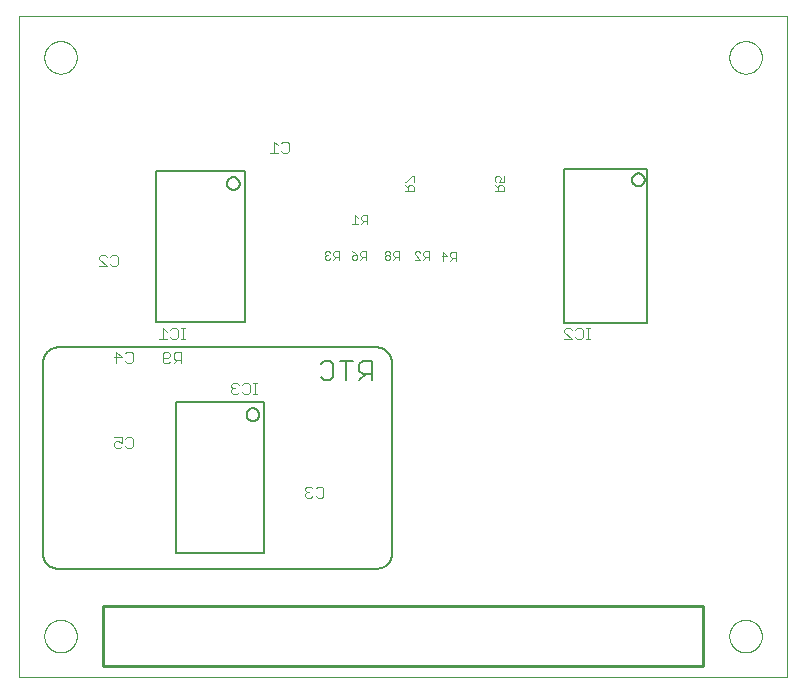
<source format=gbo>
G75*
%MOIN*%
%OFA0B0*%
%FSLAX25Y25*%
%IPPOS*%
%LPD*%
%AMOC8*
5,1,8,0,0,1.08239X$1,22.5*
%
%ADD10C,0.00000*%
%ADD11C,0.00800*%
%ADD12C,0.00600*%
%ADD13C,0.00300*%
%ADD14C,0.00400*%
%ADD15C,0.01000*%
D10*
X0001000Y0001000D02*
X0256906Y0001000D01*
X0256906Y0221472D01*
X0001000Y0221472D01*
X0001000Y0001000D01*
X0009367Y0014780D02*
X0009369Y0014927D01*
X0009375Y0015073D01*
X0009385Y0015219D01*
X0009399Y0015365D01*
X0009417Y0015511D01*
X0009438Y0015656D01*
X0009464Y0015800D01*
X0009494Y0015944D01*
X0009527Y0016086D01*
X0009564Y0016228D01*
X0009605Y0016369D01*
X0009650Y0016508D01*
X0009699Y0016647D01*
X0009751Y0016784D01*
X0009808Y0016919D01*
X0009867Y0017053D01*
X0009931Y0017185D01*
X0009998Y0017315D01*
X0010068Y0017444D01*
X0010142Y0017571D01*
X0010219Y0017695D01*
X0010300Y0017818D01*
X0010384Y0017938D01*
X0010471Y0018056D01*
X0010561Y0018171D01*
X0010654Y0018284D01*
X0010751Y0018395D01*
X0010850Y0018503D01*
X0010952Y0018608D01*
X0011057Y0018710D01*
X0011165Y0018809D01*
X0011276Y0018906D01*
X0011389Y0018999D01*
X0011504Y0019089D01*
X0011622Y0019176D01*
X0011742Y0019260D01*
X0011865Y0019341D01*
X0011989Y0019418D01*
X0012116Y0019492D01*
X0012245Y0019562D01*
X0012375Y0019629D01*
X0012507Y0019693D01*
X0012641Y0019752D01*
X0012776Y0019809D01*
X0012913Y0019861D01*
X0013052Y0019910D01*
X0013191Y0019955D01*
X0013332Y0019996D01*
X0013474Y0020033D01*
X0013616Y0020066D01*
X0013760Y0020096D01*
X0013904Y0020122D01*
X0014049Y0020143D01*
X0014195Y0020161D01*
X0014341Y0020175D01*
X0014487Y0020185D01*
X0014633Y0020191D01*
X0014780Y0020193D01*
X0014927Y0020191D01*
X0015073Y0020185D01*
X0015219Y0020175D01*
X0015365Y0020161D01*
X0015511Y0020143D01*
X0015656Y0020122D01*
X0015800Y0020096D01*
X0015944Y0020066D01*
X0016086Y0020033D01*
X0016228Y0019996D01*
X0016369Y0019955D01*
X0016508Y0019910D01*
X0016647Y0019861D01*
X0016784Y0019809D01*
X0016919Y0019752D01*
X0017053Y0019693D01*
X0017185Y0019629D01*
X0017315Y0019562D01*
X0017444Y0019492D01*
X0017571Y0019418D01*
X0017695Y0019341D01*
X0017818Y0019260D01*
X0017938Y0019176D01*
X0018056Y0019089D01*
X0018171Y0018999D01*
X0018284Y0018906D01*
X0018395Y0018809D01*
X0018503Y0018710D01*
X0018608Y0018608D01*
X0018710Y0018503D01*
X0018809Y0018395D01*
X0018906Y0018284D01*
X0018999Y0018171D01*
X0019089Y0018056D01*
X0019176Y0017938D01*
X0019260Y0017818D01*
X0019341Y0017695D01*
X0019418Y0017571D01*
X0019492Y0017444D01*
X0019562Y0017315D01*
X0019629Y0017185D01*
X0019693Y0017053D01*
X0019752Y0016919D01*
X0019809Y0016784D01*
X0019861Y0016647D01*
X0019910Y0016508D01*
X0019955Y0016369D01*
X0019996Y0016228D01*
X0020033Y0016086D01*
X0020066Y0015944D01*
X0020096Y0015800D01*
X0020122Y0015656D01*
X0020143Y0015511D01*
X0020161Y0015365D01*
X0020175Y0015219D01*
X0020185Y0015073D01*
X0020191Y0014927D01*
X0020193Y0014780D01*
X0020191Y0014633D01*
X0020185Y0014487D01*
X0020175Y0014341D01*
X0020161Y0014195D01*
X0020143Y0014049D01*
X0020122Y0013904D01*
X0020096Y0013760D01*
X0020066Y0013616D01*
X0020033Y0013474D01*
X0019996Y0013332D01*
X0019955Y0013191D01*
X0019910Y0013052D01*
X0019861Y0012913D01*
X0019809Y0012776D01*
X0019752Y0012641D01*
X0019693Y0012507D01*
X0019629Y0012375D01*
X0019562Y0012245D01*
X0019492Y0012116D01*
X0019418Y0011989D01*
X0019341Y0011865D01*
X0019260Y0011742D01*
X0019176Y0011622D01*
X0019089Y0011504D01*
X0018999Y0011389D01*
X0018906Y0011276D01*
X0018809Y0011165D01*
X0018710Y0011057D01*
X0018608Y0010952D01*
X0018503Y0010850D01*
X0018395Y0010751D01*
X0018284Y0010654D01*
X0018171Y0010561D01*
X0018056Y0010471D01*
X0017938Y0010384D01*
X0017818Y0010300D01*
X0017695Y0010219D01*
X0017571Y0010142D01*
X0017444Y0010068D01*
X0017315Y0009998D01*
X0017185Y0009931D01*
X0017053Y0009867D01*
X0016919Y0009808D01*
X0016784Y0009751D01*
X0016647Y0009699D01*
X0016508Y0009650D01*
X0016369Y0009605D01*
X0016228Y0009564D01*
X0016086Y0009527D01*
X0015944Y0009494D01*
X0015800Y0009464D01*
X0015656Y0009438D01*
X0015511Y0009417D01*
X0015365Y0009399D01*
X0015219Y0009385D01*
X0015073Y0009375D01*
X0014927Y0009369D01*
X0014780Y0009367D01*
X0014633Y0009369D01*
X0014487Y0009375D01*
X0014341Y0009385D01*
X0014195Y0009399D01*
X0014049Y0009417D01*
X0013904Y0009438D01*
X0013760Y0009464D01*
X0013616Y0009494D01*
X0013474Y0009527D01*
X0013332Y0009564D01*
X0013191Y0009605D01*
X0013052Y0009650D01*
X0012913Y0009699D01*
X0012776Y0009751D01*
X0012641Y0009808D01*
X0012507Y0009867D01*
X0012375Y0009931D01*
X0012245Y0009998D01*
X0012116Y0010068D01*
X0011989Y0010142D01*
X0011865Y0010219D01*
X0011742Y0010300D01*
X0011622Y0010384D01*
X0011504Y0010471D01*
X0011389Y0010561D01*
X0011276Y0010654D01*
X0011165Y0010751D01*
X0011057Y0010850D01*
X0010952Y0010952D01*
X0010850Y0011057D01*
X0010751Y0011165D01*
X0010654Y0011276D01*
X0010561Y0011389D01*
X0010471Y0011504D01*
X0010384Y0011622D01*
X0010300Y0011742D01*
X0010219Y0011865D01*
X0010142Y0011989D01*
X0010068Y0012116D01*
X0009998Y0012245D01*
X0009931Y0012375D01*
X0009867Y0012507D01*
X0009808Y0012641D01*
X0009751Y0012776D01*
X0009699Y0012913D01*
X0009650Y0013052D01*
X0009605Y0013191D01*
X0009564Y0013332D01*
X0009527Y0013474D01*
X0009494Y0013616D01*
X0009464Y0013760D01*
X0009438Y0013904D01*
X0009417Y0014049D01*
X0009399Y0014195D01*
X0009385Y0014341D01*
X0009375Y0014487D01*
X0009369Y0014633D01*
X0009367Y0014780D01*
X0009367Y0207693D02*
X0009369Y0207840D01*
X0009375Y0207986D01*
X0009385Y0208132D01*
X0009399Y0208278D01*
X0009417Y0208424D01*
X0009438Y0208569D01*
X0009464Y0208713D01*
X0009494Y0208857D01*
X0009527Y0208999D01*
X0009564Y0209141D01*
X0009605Y0209282D01*
X0009650Y0209421D01*
X0009699Y0209560D01*
X0009751Y0209697D01*
X0009808Y0209832D01*
X0009867Y0209966D01*
X0009931Y0210098D01*
X0009998Y0210228D01*
X0010068Y0210357D01*
X0010142Y0210484D01*
X0010219Y0210608D01*
X0010300Y0210731D01*
X0010384Y0210851D01*
X0010471Y0210969D01*
X0010561Y0211084D01*
X0010654Y0211197D01*
X0010751Y0211308D01*
X0010850Y0211416D01*
X0010952Y0211521D01*
X0011057Y0211623D01*
X0011165Y0211722D01*
X0011276Y0211819D01*
X0011389Y0211912D01*
X0011504Y0212002D01*
X0011622Y0212089D01*
X0011742Y0212173D01*
X0011865Y0212254D01*
X0011989Y0212331D01*
X0012116Y0212405D01*
X0012245Y0212475D01*
X0012375Y0212542D01*
X0012507Y0212606D01*
X0012641Y0212665D01*
X0012776Y0212722D01*
X0012913Y0212774D01*
X0013052Y0212823D01*
X0013191Y0212868D01*
X0013332Y0212909D01*
X0013474Y0212946D01*
X0013616Y0212979D01*
X0013760Y0213009D01*
X0013904Y0213035D01*
X0014049Y0213056D01*
X0014195Y0213074D01*
X0014341Y0213088D01*
X0014487Y0213098D01*
X0014633Y0213104D01*
X0014780Y0213106D01*
X0014927Y0213104D01*
X0015073Y0213098D01*
X0015219Y0213088D01*
X0015365Y0213074D01*
X0015511Y0213056D01*
X0015656Y0213035D01*
X0015800Y0213009D01*
X0015944Y0212979D01*
X0016086Y0212946D01*
X0016228Y0212909D01*
X0016369Y0212868D01*
X0016508Y0212823D01*
X0016647Y0212774D01*
X0016784Y0212722D01*
X0016919Y0212665D01*
X0017053Y0212606D01*
X0017185Y0212542D01*
X0017315Y0212475D01*
X0017444Y0212405D01*
X0017571Y0212331D01*
X0017695Y0212254D01*
X0017818Y0212173D01*
X0017938Y0212089D01*
X0018056Y0212002D01*
X0018171Y0211912D01*
X0018284Y0211819D01*
X0018395Y0211722D01*
X0018503Y0211623D01*
X0018608Y0211521D01*
X0018710Y0211416D01*
X0018809Y0211308D01*
X0018906Y0211197D01*
X0018999Y0211084D01*
X0019089Y0210969D01*
X0019176Y0210851D01*
X0019260Y0210731D01*
X0019341Y0210608D01*
X0019418Y0210484D01*
X0019492Y0210357D01*
X0019562Y0210228D01*
X0019629Y0210098D01*
X0019693Y0209966D01*
X0019752Y0209832D01*
X0019809Y0209697D01*
X0019861Y0209560D01*
X0019910Y0209421D01*
X0019955Y0209282D01*
X0019996Y0209141D01*
X0020033Y0208999D01*
X0020066Y0208857D01*
X0020096Y0208713D01*
X0020122Y0208569D01*
X0020143Y0208424D01*
X0020161Y0208278D01*
X0020175Y0208132D01*
X0020185Y0207986D01*
X0020191Y0207840D01*
X0020193Y0207693D01*
X0020191Y0207546D01*
X0020185Y0207400D01*
X0020175Y0207254D01*
X0020161Y0207108D01*
X0020143Y0206962D01*
X0020122Y0206817D01*
X0020096Y0206673D01*
X0020066Y0206529D01*
X0020033Y0206387D01*
X0019996Y0206245D01*
X0019955Y0206104D01*
X0019910Y0205965D01*
X0019861Y0205826D01*
X0019809Y0205689D01*
X0019752Y0205554D01*
X0019693Y0205420D01*
X0019629Y0205288D01*
X0019562Y0205158D01*
X0019492Y0205029D01*
X0019418Y0204902D01*
X0019341Y0204778D01*
X0019260Y0204655D01*
X0019176Y0204535D01*
X0019089Y0204417D01*
X0018999Y0204302D01*
X0018906Y0204189D01*
X0018809Y0204078D01*
X0018710Y0203970D01*
X0018608Y0203865D01*
X0018503Y0203763D01*
X0018395Y0203664D01*
X0018284Y0203567D01*
X0018171Y0203474D01*
X0018056Y0203384D01*
X0017938Y0203297D01*
X0017818Y0203213D01*
X0017695Y0203132D01*
X0017571Y0203055D01*
X0017444Y0202981D01*
X0017315Y0202911D01*
X0017185Y0202844D01*
X0017053Y0202780D01*
X0016919Y0202721D01*
X0016784Y0202664D01*
X0016647Y0202612D01*
X0016508Y0202563D01*
X0016369Y0202518D01*
X0016228Y0202477D01*
X0016086Y0202440D01*
X0015944Y0202407D01*
X0015800Y0202377D01*
X0015656Y0202351D01*
X0015511Y0202330D01*
X0015365Y0202312D01*
X0015219Y0202298D01*
X0015073Y0202288D01*
X0014927Y0202282D01*
X0014780Y0202280D01*
X0014633Y0202282D01*
X0014487Y0202288D01*
X0014341Y0202298D01*
X0014195Y0202312D01*
X0014049Y0202330D01*
X0013904Y0202351D01*
X0013760Y0202377D01*
X0013616Y0202407D01*
X0013474Y0202440D01*
X0013332Y0202477D01*
X0013191Y0202518D01*
X0013052Y0202563D01*
X0012913Y0202612D01*
X0012776Y0202664D01*
X0012641Y0202721D01*
X0012507Y0202780D01*
X0012375Y0202844D01*
X0012245Y0202911D01*
X0012116Y0202981D01*
X0011989Y0203055D01*
X0011865Y0203132D01*
X0011742Y0203213D01*
X0011622Y0203297D01*
X0011504Y0203384D01*
X0011389Y0203474D01*
X0011276Y0203567D01*
X0011165Y0203664D01*
X0011057Y0203763D01*
X0010952Y0203865D01*
X0010850Y0203970D01*
X0010751Y0204078D01*
X0010654Y0204189D01*
X0010561Y0204302D01*
X0010471Y0204417D01*
X0010384Y0204535D01*
X0010300Y0204655D01*
X0010219Y0204778D01*
X0010142Y0204902D01*
X0010068Y0205029D01*
X0009998Y0205158D01*
X0009931Y0205288D01*
X0009867Y0205420D01*
X0009808Y0205554D01*
X0009751Y0205689D01*
X0009699Y0205826D01*
X0009650Y0205965D01*
X0009605Y0206104D01*
X0009564Y0206245D01*
X0009527Y0206387D01*
X0009494Y0206529D01*
X0009464Y0206673D01*
X0009438Y0206817D01*
X0009417Y0206962D01*
X0009399Y0207108D01*
X0009385Y0207254D01*
X0009375Y0207400D01*
X0009369Y0207546D01*
X0009367Y0207693D01*
X0237713Y0207693D02*
X0237715Y0207840D01*
X0237721Y0207986D01*
X0237731Y0208132D01*
X0237745Y0208278D01*
X0237763Y0208424D01*
X0237784Y0208569D01*
X0237810Y0208713D01*
X0237840Y0208857D01*
X0237873Y0208999D01*
X0237910Y0209141D01*
X0237951Y0209282D01*
X0237996Y0209421D01*
X0238045Y0209560D01*
X0238097Y0209697D01*
X0238154Y0209832D01*
X0238213Y0209966D01*
X0238277Y0210098D01*
X0238344Y0210228D01*
X0238414Y0210357D01*
X0238488Y0210484D01*
X0238565Y0210608D01*
X0238646Y0210731D01*
X0238730Y0210851D01*
X0238817Y0210969D01*
X0238907Y0211084D01*
X0239000Y0211197D01*
X0239097Y0211308D01*
X0239196Y0211416D01*
X0239298Y0211521D01*
X0239403Y0211623D01*
X0239511Y0211722D01*
X0239622Y0211819D01*
X0239735Y0211912D01*
X0239850Y0212002D01*
X0239968Y0212089D01*
X0240088Y0212173D01*
X0240211Y0212254D01*
X0240335Y0212331D01*
X0240462Y0212405D01*
X0240591Y0212475D01*
X0240721Y0212542D01*
X0240853Y0212606D01*
X0240987Y0212665D01*
X0241122Y0212722D01*
X0241259Y0212774D01*
X0241398Y0212823D01*
X0241537Y0212868D01*
X0241678Y0212909D01*
X0241820Y0212946D01*
X0241962Y0212979D01*
X0242106Y0213009D01*
X0242250Y0213035D01*
X0242395Y0213056D01*
X0242541Y0213074D01*
X0242687Y0213088D01*
X0242833Y0213098D01*
X0242979Y0213104D01*
X0243126Y0213106D01*
X0243273Y0213104D01*
X0243419Y0213098D01*
X0243565Y0213088D01*
X0243711Y0213074D01*
X0243857Y0213056D01*
X0244002Y0213035D01*
X0244146Y0213009D01*
X0244290Y0212979D01*
X0244432Y0212946D01*
X0244574Y0212909D01*
X0244715Y0212868D01*
X0244854Y0212823D01*
X0244993Y0212774D01*
X0245130Y0212722D01*
X0245265Y0212665D01*
X0245399Y0212606D01*
X0245531Y0212542D01*
X0245661Y0212475D01*
X0245790Y0212405D01*
X0245917Y0212331D01*
X0246041Y0212254D01*
X0246164Y0212173D01*
X0246284Y0212089D01*
X0246402Y0212002D01*
X0246517Y0211912D01*
X0246630Y0211819D01*
X0246741Y0211722D01*
X0246849Y0211623D01*
X0246954Y0211521D01*
X0247056Y0211416D01*
X0247155Y0211308D01*
X0247252Y0211197D01*
X0247345Y0211084D01*
X0247435Y0210969D01*
X0247522Y0210851D01*
X0247606Y0210731D01*
X0247687Y0210608D01*
X0247764Y0210484D01*
X0247838Y0210357D01*
X0247908Y0210228D01*
X0247975Y0210098D01*
X0248039Y0209966D01*
X0248098Y0209832D01*
X0248155Y0209697D01*
X0248207Y0209560D01*
X0248256Y0209421D01*
X0248301Y0209282D01*
X0248342Y0209141D01*
X0248379Y0208999D01*
X0248412Y0208857D01*
X0248442Y0208713D01*
X0248468Y0208569D01*
X0248489Y0208424D01*
X0248507Y0208278D01*
X0248521Y0208132D01*
X0248531Y0207986D01*
X0248537Y0207840D01*
X0248539Y0207693D01*
X0248537Y0207546D01*
X0248531Y0207400D01*
X0248521Y0207254D01*
X0248507Y0207108D01*
X0248489Y0206962D01*
X0248468Y0206817D01*
X0248442Y0206673D01*
X0248412Y0206529D01*
X0248379Y0206387D01*
X0248342Y0206245D01*
X0248301Y0206104D01*
X0248256Y0205965D01*
X0248207Y0205826D01*
X0248155Y0205689D01*
X0248098Y0205554D01*
X0248039Y0205420D01*
X0247975Y0205288D01*
X0247908Y0205158D01*
X0247838Y0205029D01*
X0247764Y0204902D01*
X0247687Y0204778D01*
X0247606Y0204655D01*
X0247522Y0204535D01*
X0247435Y0204417D01*
X0247345Y0204302D01*
X0247252Y0204189D01*
X0247155Y0204078D01*
X0247056Y0203970D01*
X0246954Y0203865D01*
X0246849Y0203763D01*
X0246741Y0203664D01*
X0246630Y0203567D01*
X0246517Y0203474D01*
X0246402Y0203384D01*
X0246284Y0203297D01*
X0246164Y0203213D01*
X0246041Y0203132D01*
X0245917Y0203055D01*
X0245790Y0202981D01*
X0245661Y0202911D01*
X0245531Y0202844D01*
X0245399Y0202780D01*
X0245265Y0202721D01*
X0245130Y0202664D01*
X0244993Y0202612D01*
X0244854Y0202563D01*
X0244715Y0202518D01*
X0244574Y0202477D01*
X0244432Y0202440D01*
X0244290Y0202407D01*
X0244146Y0202377D01*
X0244002Y0202351D01*
X0243857Y0202330D01*
X0243711Y0202312D01*
X0243565Y0202298D01*
X0243419Y0202288D01*
X0243273Y0202282D01*
X0243126Y0202280D01*
X0242979Y0202282D01*
X0242833Y0202288D01*
X0242687Y0202298D01*
X0242541Y0202312D01*
X0242395Y0202330D01*
X0242250Y0202351D01*
X0242106Y0202377D01*
X0241962Y0202407D01*
X0241820Y0202440D01*
X0241678Y0202477D01*
X0241537Y0202518D01*
X0241398Y0202563D01*
X0241259Y0202612D01*
X0241122Y0202664D01*
X0240987Y0202721D01*
X0240853Y0202780D01*
X0240721Y0202844D01*
X0240591Y0202911D01*
X0240462Y0202981D01*
X0240335Y0203055D01*
X0240211Y0203132D01*
X0240088Y0203213D01*
X0239968Y0203297D01*
X0239850Y0203384D01*
X0239735Y0203474D01*
X0239622Y0203567D01*
X0239511Y0203664D01*
X0239403Y0203763D01*
X0239298Y0203865D01*
X0239196Y0203970D01*
X0239097Y0204078D01*
X0239000Y0204189D01*
X0238907Y0204302D01*
X0238817Y0204417D01*
X0238730Y0204535D01*
X0238646Y0204655D01*
X0238565Y0204778D01*
X0238488Y0204902D01*
X0238414Y0205029D01*
X0238344Y0205158D01*
X0238277Y0205288D01*
X0238213Y0205420D01*
X0238154Y0205554D01*
X0238097Y0205689D01*
X0238045Y0205826D01*
X0237996Y0205965D01*
X0237951Y0206104D01*
X0237910Y0206245D01*
X0237873Y0206387D01*
X0237840Y0206529D01*
X0237810Y0206673D01*
X0237784Y0206817D01*
X0237763Y0206962D01*
X0237745Y0207108D01*
X0237731Y0207254D01*
X0237721Y0207400D01*
X0237715Y0207546D01*
X0237713Y0207693D01*
X0237713Y0014780D02*
X0237715Y0014927D01*
X0237721Y0015073D01*
X0237731Y0015219D01*
X0237745Y0015365D01*
X0237763Y0015511D01*
X0237784Y0015656D01*
X0237810Y0015800D01*
X0237840Y0015944D01*
X0237873Y0016086D01*
X0237910Y0016228D01*
X0237951Y0016369D01*
X0237996Y0016508D01*
X0238045Y0016647D01*
X0238097Y0016784D01*
X0238154Y0016919D01*
X0238213Y0017053D01*
X0238277Y0017185D01*
X0238344Y0017315D01*
X0238414Y0017444D01*
X0238488Y0017571D01*
X0238565Y0017695D01*
X0238646Y0017818D01*
X0238730Y0017938D01*
X0238817Y0018056D01*
X0238907Y0018171D01*
X0239000Y0018284D01*
X0239097Y0018395D01*
X0239196Y0018503D01*
X0239298Y0018608D01*
X0239403Y0018710D01*
X0239511Y0018809D01*
X0239622Y0018906D01*
X0239735Y0018999D01*
X0239850Y0019089D01*
X0239968Y0019176D01*
X0240088Y0019260D01*
X0240211Y0019341D01*
X0240335Y0019418D01*
X0240462Y0019492D01*
X0240591Y0019562D01*
X0240721Y0019629D01*
X0240853Y0019693D01*
X0240987Y0019752D01*
X0241122Y0019809D01*
X0241259Y0019861D01*
X0241398Y0019910D01*
X0241537Y0019955D01*
X0241678Y0019996D01*
X0241820Y0020033D01*
X0241962Y0020066D01*
X0242106Y0020096D01*
X0242250Y0020122D01*
X0242395Y0020143D01*
X0242541Y0020161D01*
X0242687Y0020175D01*
X0242833Y0020185D01*
X0242979Y0020191D01*
X0243126Y0020193D01*
X0243273Y0020191D01*
X0243419Y0020185D01*
X0243565Y0020175D01*
X0243711Y0020161D01*
X0243857Y0020143D01*
X0244002Y0020122D01*
X0244146Y0020096D01*
X0244290Y0020066D01*
X0244432Y0020033D01*
X0244574Y0019996D01*
X0244715Y0019955D01*
X0244854Y0019910D01*
X0244993Y0019861D01*
X0245130Y0019809D01*
X0245265Y0019752D01*
X0245399Y0019693D01*
X0245531Y0019629D01*
X0245661Y0019562D01*
X0245790Y0019492D01*
X0245917Y0019418D01*
X0246041Y0019341D01*
X0246164Y0019260D01*
X0246284Y0019176D01*
X0246402Y0019089D01*
X0246517Y0018999D01*
X0246630Y0018906D01*
X0246741Y0018809D01*
X0246849Y0018710D01*
X0246954Y0018608D01*
X0247056Y0018503D01*
X0247155Y0018395D01*
X0247252Y0018284D01*
X0247345Y0018171D01*
X0247435Y0018056D01*
X0247522Y0017938D01*
X0247606Y0017818D01*
X0247687Y0017695D01*
X0247764Y0017571D01*
X0247838Y0017444D01*
X0247908Y0017315D01*
X0247975Y0017185D01*
X0248039Y0017053D01*
X0248098Y0016919D01*
X0248155Y0016784D01*
X0248207Y0016647D01*
X0248256Y0016508D01*
X0248301Y0016369D01*
X0248342Y0016228D01*
X0248379Y0016086D01*
X0248412Y0015944D01*
X0248442Y0015800D01*
X0248468Y0015656D01*
X0248489Y0015511D01*
X0248507Y0015365D01*
X0248521Y0015219D01*
X0248531Y0015073D01*
X0248537Y0014927D01*
X0248539Y0014780D01*
X0248537Y0014633D01*
X0248531Y0014487D01*
X0248521Y0014341D01*
X0248507Y0014195D01*
X0248489Y0014049D01*
X0248468Y0013904D01*
X0248442Y0013760D01*
X0248412Y0013616D01*
X0248379Y0013474D01*
X0248342Y0013332D01*
X0248301Y0013191D01*
X0248256Y0013052D01*
X0248207Y0012913D01*
X0248155Y0012776D01*
X0248098Y0012641D01*
X0248039Y0012507D01*
X0247975Y0012375D01*
X0247908Y0012245D01*
X0247838Y0012116D01*
X0247764Y0011989D01*
X0247687Y0011865D01*
X0247606Y0011742D01*
X0247522Y0011622D01*
X0247435Y0011504D01*
X0247345Y0011389D01*
X0247252Y0011276D01*
X0247155Y0011165D01*
X0247056Y0011057D01*
X0246954Y0010952D01*
X0246849Y0010850D01*
X0246741Y0010751D01*
X0246630Y0010654D01*
X0246517Y0010561D01*
X0246402Y0010471D01*
X0246284Y0010384D01*
X0246164Y0010300D01*
X0246041Y0010219D01*
X0245917Y0010142D01*
X0245790Y0010068D01*
X0245661Y0009998D01*
X0245531Y0009931D01*
X0245399Y0009867D01*
X0245265Y0009808D01*
X0245130Y0009751D01*
X0244993Y0009699D01*
X0244854Y0009650D01*
X0244715Y0009605D01*
X0244574Y0009564D01*
X0244432Y0009527D01*
X0244290Y0009494D01*
X0244146Y0009464D01*
X0244002Y0009438D01*
X0243857Y0009417D01*
X0243711Y0009399D01*
X0243565Y0009385D01*
X0243419Y0009375D01*
X0243273Y0009369D01*
X0243126Y0009367D01*
X0242979Y0009369D01*
X0242833Y0009375D01*
X0242687Y0009385D01*
X0242541Y0009399D01*
X0242395Y0009417D01*
X0242250Y0009438D01*
X0242106Y0009464D01*
X0241962Y0009494D01*
X0241820Y0009527D01*
X0241678Y0009564D01*
X0241537Y0009605D01*
X0241398Y0009650D01*
X0241259Y0009699D01*
X0241122Y0009751D01*
X0240987Y0009808D01*
X0240853Y0009867D01*
X0240721Y0009931D01*
X0240591Y0009998D01*
X0240462Y0010068D01*
X0240335Y0010142D01*
X0240211Y0010219D01*
X0240088Y0010300D01*
X0239968Y0010384D01*
X0239850Y0010471D01*
X0239735Y0010561D01*
X0239622Y0010654D01*
X0239511Y0010751D01*
X0239403Y0010850D01*
X0239298Y0010952D01*
X0239196Y0011057D01*
X0239097Y0011165D01*
X0239000Y0011276D01*
X0238907Y0011389D01*
X0238817Y0011504D01*
X0238730Y0011622D01*
X0238646Y0011742D01*
X0238565Y0011865D01*
X0238488Y0011989D01*
X0238414Y0012116D01*
X0238344Y0012245D01*
X0238277Y0012375D01*
X0238213Y0012507D01*
X0238154Y0012641D01*
X0238097Y0012776D01*
X0238045Y0012913D01*
X0237996Y0013052D01*
X0237951Y0013191D01*
X0237910Y0013332D01*
X0237873Y0013474D01*
X0237840Y0013616D01*
X0237810Y0013760D01*
X0237784Y0013904D01*
X0237763Y0014049D01*
X0237745Y0014195D01*
X0237731Y0014341D01*
X0237721Y0014487D01*
X0237715Y0014633D01*
X0237713Y0014780D01*
D11*
X0125203Y0042280D02*
X0125203Y0106030D01*
X0125201Y0106170D01*
X0125195Y0106310D01*
X0125185Y0106450D01*
X0125172Y0106590D01*
X0125154Y0106729D01*
X0125132Y0106868D01*
X0125107Y0107005D01*
X0125078Y0107143D01*
X0125045Y0107279D01*
X0125008Y0107414D01*
X0124967Y0107548D01*
X0124922Y0107681D01*
X0124874Y0107813D01*
X0124822Y0107943D01*
X0124767Y0108072D01*
X0124708Y0108199D01*
X0124645Y0108325D01*
X0124579Y0108449D01*
X0124510Y0108570D01*
X0124437Y0108690D01*
X0124360Y0108808D01*
X0124281Y0108923D01*
X0124198Y0109037D01*
X0124112Y0109147D01*
X0124023Y0109256D01*
X0123931Y0109362D01*
X0123836Y0109465D01*
X0123739Y0109566D01*
X0123638Y0109663D01*
X0123535Y0109758D01*
X0123429Y0109850D01*
X0123320Y0109939D01*
X0123210Y0110025D01*
X0123096Y0110108D01*
X0122981Y0110187D01*
X0122863Y0110264D01*
X0122743Y0110337D01*
X0122622Y0110406D01*
X0122498Y0110472D01*
X0122372Y0110535D01*
X0122245Y0110594D01*
X0122116Y0110649D01*
X0121986Y0110701D01*
X0121854Y0110749D01*
X0121721Y0110794D01*
X0121587Y0110835D01*
X0121452Y0110872D01*
X0121316Y0110905D01*
X0121178Y0110934D01*
X0121041Y0110959D01*
X0120902Y0110981D01*
X0120763Y0110999D01*
X0120623Y0111012D01*
X0120483Y0111022D01*
X0120343Y0111028D01*
X0120203Y0111030D01*
X0013953Y0111030D01*
X0013813Y0111028D01*
X0013673Y0111022D01*
X0013533Y0111012D01*
X0013393Y0110999D01*
X0013254Y0110981D01*
X0013115Y0110959D01*
X0012978Y0110934D01*
X0012840Y0110905D01*
X0012704Y0110872D01*
X0012569Y0110835D01*
X0012435Y0110794D01*
X0012302Y0110749D01*
X0012170Y0110701D01*
X0012040Y0110649D01*
X0011911Y0110594D01*
X0011784Y0110535D01*
X0011658Y0110472D01*
X0011534Y0110406D01*
X0011413Y0110337D01*
X0011293Y0110264D01*
X0011175Y0110187D01*
X0011060Y0110108D01*
X0010946Y0110025D01*
X0010836Y0109939D01*
X0010727Y0109850D01*
X0010621Y0109758D01*
X0010518Y0109663D01*
X0010417Y0109566D01*
X0010320Y0109465D01*
X0010225Y0109362D01*
X0010133Y0109256D01*
X0010044Y0109147D01*
X0009958Y0109037D01*
X0009875Y0108923D01*
X0009796Y0108808D01*
X0009719Y0108690D01*
X0009646Y0108570D01*
X0009577Y0108449D01*
X0009511Y0108325D01*
X0009448Y0108199D01*
X0009389Y0108072D01*
X0009334Y0107943D01*
X0009282Y0107813D01*
X0009234Y0107681D01*
X0009189Y0107548D01*
X0009148Y0107414D01*
X0009111Y0107279D01*
X0009078Y0107143D01*
X0009049Y0107005D01*
X0009024Y0106868D01*
X0009002Y0106729D01*
X0008984Y0106590D01*
X0008971Y0106450D01*
X0008961Y0106310D01*
X0008955Y0106170D01*
X0008953Y0106030D01*
X0008953Y0042280D01*
X0008955Y0042140D01*
X0008961Y0042000D01*
X0008971Y0041860D01*
X0008984Y0041720D01*
X0009002Y0041581D01*
X0009024Y0041442D01*
X0009049Y0041305D01*
X0009078Y0041167D01*
X0009111Y0041031D01*
X0009148Y0040896D01*
X0009189Y0040762D01*
X0009234Y0040629D01*
X0009282Y0040497D01*
X0009334Y0040367D01*
X0009389Y0040238D01*
X0009448Y0040111D01*
X0009511Y0039985D01*
X0009577Y0039861D01*
X0009646Y0039740D01*
X0009719Y0039620D01*
X0009796Y0039502D01*
X0009875Y0039387D01*
X0009958Y0039273D01*
X0010044Y0039163D01*
X0010133Y0039054D01*
X0010225Y0038948D01*
X0010320Y0038845D01*
X0010417Y0038744D01*
X0010518Y0038647D01*
X0010621Y0038552D01*
X0010727Y0038460D01*
X0010836Y0038371D01*
X0010946Y0038285D01*
X0011060Y0038202D01*
X0011175Y0038123D01*
X0011293Y0038046D01*
X0011413Y0037973D01*
X0011534Y0037904D01*
X0011658Y0037838D01*
X0011784Y0037775D01*
X0011911Y0037716D01*
X0012040Y0037661D01*
X0012170Y0037609D01*
X0012302Y0037561D01*
X0012435Y0037516D01*
X0012569Y0037475D01*
X0012704Y0037438D01*
X0012840Y0037405D01*
X0012978Y0037376D01*
X0013115Y0037351D01*
X0013254Y0037329D01*
X0013393Y0037311D01*
X0013533Y0037298D01*
X0013673Y0037288D01*
X0013813Y0037282D01*
X0013953Y0037280D01*
X0120203Y0037280D01*
X0120343Y0037282D01*
X0120483Y0037288D01*
X0120623Y0037298D01*
X0120763Y0037311D01*
X0120902Y0037329D01*
X0121041Y0037351D01*
X0121178Y0037376D01*
X0121316Y0037405D01*
X0121452Y0037438D01*
X0121587Y0037475D01*
X0121721Y0037516D01*
X0121854Y0037561D01*
X0121986Y0037609D01*
X0122116Y0037661D01*
X0122245Y0037716D01*
X0122372Y0037775D01*
X0122498Y0037838D01*
X0122622Y0037904D01*
X0122743Y0037973D01*
X0122863Y0038046D01*
X0122981Y0038123D01*
X0123096Y0038202D01*
X0123210Y0038285D01*
X0123320Y0038371D01*
X0123429Y0038460D01*
X0123535Y0038552D01*
X0123638Y0038647D01*
X0123739Y0038744D01*
X0123836Y0038845D01*
X0123931Y0038948D01*
X0124023Y0039054D01*
X0124112Y0039163D01*
X0124198Y0039273D01*
X0124281Y0039387D01*
X0124360Y0039502D01*
X0124437Y0039620D01*
X0124510Y0039740D01*
X0124579Y0039861D01*
X0124645Y0039985D01*
X0124708Y0040111D01*
X0124767Y0040238D01*
X0124822Y0040367D01*
X0124874Y0040497D01*
X0124922Y0040629D01*
X0124967Y0040762D01*
X0125008Y0040896D01*
X0125045Y0041031D01*
X0125078Y0041167D01*
X0125107Y0041305D01*
X0125132Y0041442D01*
X0125154Y0041581D01*
X0125172Y0041720D01*
X0125185Y0041860D01*
X0125195Y0042000D01*
X0125201Y0042140D01*
X0125203Y0042280D01*
D12*
X0082717Y0042583D02*
X0053189Y0042583D01*
X0053189Y0092976D01*
X0082717Y0092976D01*
X0082717Y0042583D01*
X0076803Y0088680D02*
X0076805Y0088772D01*
X0076811Y0088863D01*
X0076821Y0088954D01*
X0076835Y0089045D01*
X0076853Y0089135D01*
X0076875Y0089224D01*
X0076900Y0089311D01*
X0076930Y0089398D01*
X0076963Y0089484D01*
X0077000Y0089567D01*
X0077040Y0089650D01*
X0077084Y0089730D01*
X0077132Y0089808D01*
X0077183Y0089885D01*
X0077237Y0089958D01*
X0077294Y0090030D01*
X0077355Y0090099D01*
X0077418Y0090165D01*
X0077484Y0090228D01*
X0077553Y0090289D01*
X0077625Y0090346D01*
X0077698Y0090400D01*
X0077775Y0090451D01*
X0077853Y0090499D01*
X0077933Y0090543D01*
X0078016Y0090583D01*
X0078099Y0090620D01*
X0078185Y0090653D01*
X0078272Y0090683D01*
X0078359Y0090708D01*
X0078448Y0090730D01*
X0078538Y0090748D01*
X0078629Y0090762D01*
X0078720Y0090772D01*
X0078811Y0090778D01*
X0078903Y0090780D01*
X0078995Y0090778D01*
X0079086Y0090772D01*
X0079177Y0090762D01*
X0079268Y0090748D01*
X0079358Y0090730D01*
X0079447Y0090708D01*
X0079534Y0090683D01*
X0079621Y0090653D01*
X0079707Y0090620D01*
X0079790Y0090583D01*
X0079873Y0090543D01*
X0079953Y0090499D01*
X0080031Y0090451D01*
X0080108Y0090400D01*
X0080181Y0090346D01*
X0080253Y0090289D01*
X0080322Y0090228D01*
X0080388Y0090165D01*
X0080451Y0090099D01*
X0080512Y0090030D01*
X0080569Y0089958D01*
X0080623Y0089885D01*
X0080674Y0089808D01*
X0080722Y0089730D01*
X0080766Y0089650D01*
X0080806Y0089567D01*
X0080843Y0089484D01*
X0080876Y0089398D01*
X0080906Y0089311D01*
X0080931Y0089224D01*
X0080953Y0089135D01*
X0080971Y0089045D01*
X0080985Y0088954D01*
X0080995Y0088863D01*
X0081001Y0088772D01*
X0081003Y0088680D01*
X0081001Y0088588D01*
X0080995Y0088497D01*
X0080985Y0088406D01*
X0080971Y0088315D01*
X0080953Y0088225D01*
X0080931Y0088136D01*
X0080906Y0088049D01*
X0080876Y0087962D01*
X0080843Y0087876D01*
X0080806Y0087793D01*
X0080766Y0087710D01*
X0080722Y0087630D01*
X0080674Y0087552D01*
X0080623Y0087475D01*
X0080569Y0087402D01*
X0080512Y0087330D01*
X0080451Y0087261D01*
X0080388Y0087195D01*
X0080322Y0087132D01*
X0080253Y0087071D01*
X0080181Y0087014D01*
X0080108Y0086960D01*
X0080031Y0086909D01*
X0079953Y0086861D01*
X0079873Y0086817D01*
X0079790Y0086777D01*
X0079707Y0086740D01*
X0079621Y0086707D01*
X0079534Y0086677D01*
X0079447Y0086652D01*
X0079358Y0086630D01*
X0079268Y0086612D01*
X0079177Y0086598D01*
X0079086Y0086588D01*
X0078995Y0086582D01*
X0078903Y0086580D01*
X0078811Y0086582D01*
X0078720Y0086588D01*
X0078629Y0086598D01*
X0078538Y0086612D01*
X0078448Y0086630D01*
X0078359Y0086652D01*
X0078272Y0086677D01*
X0078185Y0086707D01*
X0078099Y0086740D01*
X0078016Y0086777D01*
X0077933Y0086817D01*
X0077853Y0086861D01*
X0077775Y0086909D01*
X0077698Y0086960D01*
X0077625Y0087014D01*
X0077553Y0087071D01*
X0077484Y0087132D01*
X0077418Y0087195D01*
X0077355Y0087261D01*
X0077294Y0087330D01*
X0077237Y0087402D01*
X0077183Y0087475D01*
X0077132Y0087552D01*
X0077084Y0087630D01*
X0077040Y0087710D01*
X0077000Y0087793D01*
X0076963Y0087876D01*
X0076930Y0087962D01*
X0076900Y0088049D01*
X0076875Y0088136D01*
X0076853Y0088225D01*
X0076835Y0088315D01*
X0076821Y0088406D01*
X0076811Y0088497D01*
X0076805Y0088588D01*
X0076803Y0088680D01*
X0101491Y0101147D02*
X0102559Y0100080D01*
X0104694Y0100080D01*
X0105762Y0101147D01*
X0105762Y0105417D01*
X0104694Y0106485D01*
X0102559Y0106485D01*
X0101491Y0105417D01*
X0107937Y0106485D02*
X0112207Y0106485D01*
X0110072Y0106485D02*
X0110072Y0100080D01*
X0114382Y0100080D02*
X0116518Y0102215D01*
X0115450Y0102215D02*
X0114382Y0103282D01*
X0114382Y0105417D01*
X0115450Y0106485D01*
X0118653Y0106485D01*
X0118653Y0100080D01*
X0118653Y0102215D02*
X0115450Y0102215D01*
X0076217Y0119583D02*
X0046689Y0119583D01*
X0046689Y0169976D01*
X0076217Y0169976D01*
X0076217Y0119583D01*
X0070303Y0165680D02*
X0070305Y0165772D01*
X0070311Y0165863D01*
X0070321Y0165954D01*
X0070335Y0166045D01*
X0070353Y0166135D01*
X0070375Y0166224D01*
X0070400Y0166311D01*
X0070430Y0166398D01*
X0070463Y0166484D01*
X0070500Y0166567D01*
X0070540Y0166650D01*
X0070584Y0166730D01*
X0070632Y0166808D01*
X0070683Y0166885D01*
X0070737Y0166958D01*
X0070794Y0167030D01*
X0070855Y0167099D01*
X0070918Y0167165D01*
X0070984Y0167228D01*
X0071053Y0167289D01*
X0071125Y0167346D01*
X0071198Y0167400D01*
X0071275Y0167451D01*
X0071353Y0167499D01*
X0071433Y0167543D01*
X0071516Y0167583D01*
X0071599Y0167620D01*
X0071685Y0167653D01*
X0071772Y0167683D01*
X0071859Y0167708D01*
X0071948Y0167730D01*
X0072038Y0167748D01*
X0072129Y0167762D01*
X0072220Y0167772D01*
X0072311Y0167778D01*
X0072403Y0167780D01*
X0072495Y0167778D01*
X0072586Y0167772D01*
X0072677Y0167762D01*
X0072768Y0167748D01*
X0072858Y0167730D01*
X0072947Y0167708D01*
X0073034Y0167683D01*
X0073121Y0167653D01*
X0073207Y0167620D01*
X0073290Y0167583D01*
X0073373Y0167543D01*
X0073453Y0167499D01*
X0073531Y0167451D01*
X0073608Y0167400D01*
X0073681Y0167346D01*
X0073753Y0167289D01*
X0073822Y0167228D01*
X0073888Y0167165D01*
X0073951Y0167099D01*
X0074012Y0167030D01*
X0074069Y0166958D01*
X0074123Y0166885D01*
X0074174Y0166808D01*
X0074222Y0166730D01*
X0074266Y0166650D01*
X0074306Y0166567D01*
X0074343Y0166484D01*
X0074376Y0166398D01*
X0074406Y0166311D01*
X0074431Y0166224D01*
X0074453Y0166135D01*
X0074471Y0166045D01*
X0074485Y0165954D01*
X0074495Y0165863D01*
X0074501Y0165772D01*
X0074503Y0165680D01*
X0074501Y0165588D01*
X0074495Y0165497D01*
X0074485Y0165406D01*
X0074471Y0165315D01*
X0074453Y0165225D01*
X0074431Y0165136D01*
X0074406Y0165049D01*
X0074376Y0164962D01*
X0074343Y0164876D01*
X0074306Y0164793D01*
X0074266Y0164710D01*
X0074222Y0164630D01*
X0074174Y0164552D01*
X0074123Y0164475D01*
X0074069Y0164402D01*
X0074012Y0164330D01*
X0073951Y0164261D01*
X0073888Y0164195D01*
X0073822Y0164132D01*
X0073753Y0164071D01*
X0073681Y0164014D01*
X0073608Y0163960D01*
X0073531Y0163909D01*
X0073453Y0163861D01*
X0073373Y0163817D01*
X0073290Y0163777D01*
X0073207Y0163740D01*
X0073121Y0163707D01*
X0073034Y0163677D01*
X0072947Y0163652D01*
X0072858Y0163630D01*
X0072768Y0163612D01*
X0072677Y0163598D01*
X0072586Y0163588D01*
X0072495Y0163582D01*
X0072403Y0163580D01*
X0072311Y0163582D01*
X0072220Y0163588D01*
X0072129Y0163598D01*
X0072038Y0163612D01*
X0071948Y0163630D01*
X0071859Y0163652D01*
X0071772Y0163677D01*
X0071685Y0163707D01*
X0071599Y0163740D01*
X0071516Y0163777D01*
X0071433Y0163817D01*
X0071353Y0163861D01*
X0071275Y0163909D01*
X0071198Y0163960D01*
X0071125Y0164014D01*
X0071053Y0164071D01*
X0070984Y0164132D01*
X0070918Y0164195D01*
X0070855Y0164261D01*
X0070794Y0164330D01*
X0070737Y0164402D01*
X0070683Y0164475D01*
X0070632Y0164552D01*
X0070584Y0164630D01*
X0070540Y0164710D01*
X0070500Y0164793D01*
X0070463Y0164876D01*
X0070430Y0164962D01*
X0070400Y0165049D01*
X0070375Y0165136D01*
X0070353Y0165225D01*
X0070335Y0165315D01*
X0070321Y0165406D01*
X0070311Y0165497D01*
X0070305Y0165588D01*
X0070303Y0165680D01*
X0182673Y0170370D02*
X0182673Y0119189D01*
X0210232Y0119189D01*
X0210232Y0170370D01*
X0182673Y0170370D01*
X0205303Y0166930D02*
X0205305Y0167022D01*
X0205311Y0167113D01*
X0205321Y0167204D01*
X0205335Y0167295D01*
X0205353Y0167385D01*
X0205375Y0167474D01*
X0205400Y0167561D01*
X0205430Y0167648D01*
X0205463Y0167734D01*
X0205500Y0167817D01*
X0205540Y0167900D01*
X0205584Y0167980D01*
X0205632Y0168058D01*
X0205683Y0168135D01*
X0205737Y0168208D01*
X0205794Y0168280D01*
X0205855Y0168349D01*
X0205918Y0168415D01*
X0205984Y0168478D01*
X0206053Y0168539D01*
X0206125Y0168596D01*
X0206198Y0168650D01*
X0206275Y0168701D01*
X0206353Y0168749D01*
X0206433Y0168793D01*
X0206516Y0168833D01*
X0206599Y0168870D01*
X0206685Y0168903D01*
X0206772Y0168933D01*
X0206859Y0168958D01*
X0206948Y0168980D01*
X0207038Y0168998D01*
X0207129Y0169012D01*
X0207220Y0169022D01*
X0207311Y0169028D01*
X0207403Y0169030D01*
X0207495Y0169028D01*
X0207586Y0169022D01*
X0207677Y0169012D01*
X0207768Y0168998D01*
X0207858Y0168980D01*
X0207947Y0168958D01*
X0208034Y0168933D01*
X0208121Y0168903D01*
X0208207Y0168870D01*
X0208290Y0168833D01*
X0208373Y0168793D01*
X0208453Y0168749D01*
X0208531Y0168701D01*
X0208608Y0168650D01*
X0208681Y0168596D01*
X0208753Y0168539D01*
X0208822Y0168478D01*
X0208888Y0168415D01*
X0208951Y0168349D01*
X0209012Y0168280D01*
X0209069Y0168208D01*
X0209123Y0168135D01*
X0209174Y0168058D01*
X0209222Y0167980D01*
X0209266Y0167900D01*
X0209306Y0167817D01*
X0209343Y0167734D01*
X0209376Y0167648D01*
X0209406Y0167561D01*
X0209431Y0167474D01*
X0209453Y0167385D01*
X0209471Y0167295D01*
X0209485Y0167204D01*
X0209495Y0167113D01*
X0209501Y0167022D01*
X0209503Y0166930D01*
X0209501Y0166838D01*
X0209495Y0166747D01*
X0209485Y0166656D01*
X0209471Y0166565D01*
X0209453Y0166475D01*
X0209431Y0166386D01*
X0209406Y0166299D01*
X0209376Y0166212D01*
X0209343Y0166126D01*
X0209306Y0166043D01*
X0209266Y0165960D01*
X0209222Y0165880D01*
X0209174Y0165802D01*
X0209123Y0165725D01*
X0209069Y0165652D01*
X0209012Y0165580D01*
X0208951Y0165511D01*
X0208888Y0165445D01*
X0208822Y0165382D01*
X0208753Y0165321D01*
X0208681Y0165264D01*
X0208608Y0165210D01*
X0208531Y0165159D01*
X0208453Y0165111D01*
X0208373Y0165067D01*
X0208290Y0165027D01*
X0208207Y0164990D01*
X0208121Y0164957D01*
X0208034Y0164927D01*
X0207947Y0164902D01*
X0207858Y0164880D01*
X0207768Y0164862D01*
X0207677Y0164848D01*
X0207586Y0164838D01*
X0207495Y0164832D01*
X0207403Y0164830D01*
X0207311Y0164832D01*
X0207220Y0164838D01*
X0207129Y0164848D01*
X0207038Y0164862D01*
X0206948Y0164880D01*
X0206859Y0164902D01*
X0206772Y0164927D01*
X0206685Y0164957D01*
X0206599Y0164990D01*
X0206516Y0165027D01*
X0206433Y0165067D01*
X0206353Y0165111D01*
X0206275Y0165159D01*
X0206198Y0165210D01*
X0206125Y0165264D01*
X0206053Y0165321D01*
X0205984Y0165382D01*
X0205918Y0165445D01*
X0205855Y0165511D01*
X0205794Y0165580D01*
X0205737Y0165652D01*
X0205683Y0165725D01*
X0205632Y0165802D01*
X0205584Y0165880D01*
X0205540Y0165960D01*
X0205500Y0166043D01*
X0205463Y0166126D01*
X0205430Y0166212D01*
X0205400Y0166299D01*
X0205375Y0166386D01*
X0205353Y0166475D01*
X0205335Y0166565D01*
X0205321Y0166656D01*
X0205311Y0166747D01*
X0205305Y0166838D01*
X0205303Y0166930D01*
D13*
X0162505Y0166126D02*
X0161054Y0166126D01*
X0161538Y0167094D01*
X0161538Y0167577D01*
X0161054Y0168061D01*
X0160086Y0168061D01*
X0159603Y0167577D01*
X0159603Y0166610D01*
X0160086Y0166126D01*
X0159603Y0165115D02*
X0160570Y0164147D01*
X0160570Y0164631D02*
X0160570Y0163180D01*
X0159603Y0163180D02*
X0162505Y0163180D01*
X0162505Y0164631D01*
X0162021Y0165115D01*
X0161054Y0165115D01*
X0160570Y0164631D01*
X0162505Y0166126D02*
X0162505Y0168061D01*
X0146696Y0142882D02*
X0145245Y0142882D01*
X0144761Y0142398D01*
X0144761Y0141431D01*
X0145245Y0140947D01*
X0146696Y0140947D01*
X0146696Y0139980D02*
X0146696Y0142882D01*
X0145728Y0140947D02*
X0144761Y0139980D01*
X0143749Y0141431D02*
X0141814Y0141431D01*
X0142298Y0139980D02*
X0142298Y0142882D01*
X0143749Y0141431D01*
X0137696Y0141197D02*
X0136245Y0141197D01*
X0135761Y0141681D01*
X0135761Y0142648D01*
X0136245Y0143132D01*
X0137696Y0143132D01*
X0137696Y0140230D01*
X0136728Y0141197D02*
X0135761Y0140230D01*
X0134749Y0140230D02*
X0132814Y0142165D01*
X0132814Y0142648D01*
X0133298Y0143132D01*
X0134266Y0143132D01*
X0134749Y0142648D01*
X0134749Y0140230D02*
X0132814Y0140230D01*
X0127696Y0140230D02*
X0127696Y0143132D01*
X0126245Y0143132D01*
X0125761Y0142648D01*
X0125761Y0141681D01*
X0126245Y0141197D01*
X0127696Y0141197D01*
X0126728Y0141197D02*
X0125761Y0140230D01*
X0124749Y0140713D02*
X0124749Y0141197D01*
X0124266Y0141681D01*
X0123298Y0141681D01*
X0122814Y0141197D01*
X0122814Y0140713D01*
X0123298Y0140230D01*
X0124266Y0140230D01*
X0124749Y0140713D01*
X0124266Y0141681D02*
X0124749Y0142165D01*
X0124749Y0142648D01*
X0124266Y0143132D01*
X0123298Y0143132D01*
X0122814Y0142648D01*
X0122814Y0142165D01*
X0123298Y0141681D01*
X0116696Y0141197D02*
X0115245Y0141197D01*
X0114761Y0141681D01*
X0114761Y0142648D01*
X0115245Y0143132D01*
X0116696Y0143132D01*
X0116696Y0140230D01*
X0115728Y0141197D02*
X0114761Y0140230D01*
X0113749Y0140713D02*
X0113266Y0140230D01*
X0112298Y0140230D01*
X0111814Y0140713D01*
X0111814Y0141197D01*
X0112298Y0141681D01*
X0113749Y0141681D01*
X0113749Y0140713D01*
X0113749Y0141681D02*
X0112782Y0142648D01*
X0111814Y0143132D01*
X0107696Y0143132D02*
X0107696Y0140230D01*
X0107696Y0141197D02*
X0106245Y0141197D01*
X0105761Y0141681D01*
X0105761Y0142648D01*
X0106245Y0143132D01*
X0107696Y0143132D01*
X0106728Y0141197D02*
X0105761Y0140230D01*
X0104749Y0140713D02*
X0104266Y0140230D01*
X0103298Y0140230D01*
X0102814Y0140713D01*
X0102814Y0141197D01*
X0103298Y0141681D01*
X0103782Y0141681D01*
X0103298Y0141681D02*
X0102814Y0142165D01*
X0102814Y0142648D01*
X0103298Y0143132D01*
X0104266Y0143132D01*
X0104749Y0142648D01*
X0112064Y0152230D02*
X0113999Y0152230D01*
X0113032Y0152230D02*
X0113032Y0155132D01*
X0113999Y0154165D01*
X0115011Y0154648D02*
X0115011Y0153681D01*
X0115495Y0153197D01*
X0116946Y0153197D01*
X0116946Y0152230D02*
X0116946Y0155132D01*
X0115495Y0155132D01*
X0115011Y0154648D01*
X0115978Y0153197D02*
X0115011Y0152230D01*
X0129603Y0163180D02*
X0132505Y0163180D01*
X0132505Y0164631D01*
X0132021Y0165115D01*
X0131054Y0165115D01*
X0130570Y0164631D01*
X0130570Y0163180D01*
X0130570Y0164147D02*
X0129603Y0165115D01*
X0129603Y0166126D02*
X0130086Y0166126D01*
X0132021Y0168061D01*
X0132505Y0168061D01*
X0132505Y0166126D01*
X0090803Y0176547D02*
X0090186Y0175930D01*
X0088951Y0175930D01*
X0088334Y0176547D01*
X0087120Y0175930D02*
X0084651Y0175930D01*
X0085885Y0175930D02*
X0085885Y0179633D01*
X0087120Y0178398D01*
X0088334Y0179015D02*
X0088951Y0179633D01*
X0090186Y0179633D01*
X0090803Y0179015D01*
X0090803Y0176547D01*
X0033803Y0141265D02*
X0033803Y0138797D01*
X0033186Y0138180D01*
X0031951Y0138180D01*
X0031334Y0138797D01*
X0030120Y0138180D02*
X0027651Y0140648D01*
X0027651Y0141265D01*
X0028268Y0141883D01*
X0029502Y0141883D01*
X0030120Y0141265D01*
X0031334Y0141265D02*
X0031951Y0141883D01*
X0033186Y0141883D01*
X0033803Y0141265D01*
X0030120Y0138180D02*
X0027651Y0138180D01*
X0033268Y0109633D02*
X0035120Y0107781D01*
X0032651Y0107781D01*
X0033268Y0105930D02*
X0033268Y0109633D01*
X0036334Y0109015D02*
X0036951Y0109633D01*
X0038186Y0109633D01*
X0038803Y0109015D01*
X0038803Y0106547D01*
X0038186Y0105930D01*
X0036951Y0105930D01*
X0036334Y0106547D01*
X0048767Y0106297D02*
X0048767Y0108765D01*
X0049384Y0109383D01*
X0050619Y0109383D01*
X0051236Y0108765D01*
X0051236Y0108148D01*
X0050619Y0107531D01*
X0048767Y0107531D01*
X0048767Y0106297D02*
X0049384Y0105680D01*
X0050619Y0105680D01*
X0051236Y0106297D01*
X0052450Y0105680D02*
X0053685Y0106914D01*
X0053067Y0106914D02*
X0054919Y0106914D01*
X0054919Y0105680D02*
X0054919Y0109383D01*
X0053067Y0109383D01*
X0052450Y0108765D01*
X0052450Y0107531D01*
X0053067Y0106914D01*
X0038186Y0081133D02*
X0038803Y0080515D01*
X0038803Y0078047D01*
X0038186Y0077430D01*
X0036951Y0077430D01*
X0036334Y0078047D01*
X0035120Y0078047D02*
X0034502Y0077430D01*
X0033268Y0077430D01*
X0032651Y0078047D01*
X0032651Y0079281D01*
X0033268Y0079898D01*
X0033885Y0079898D01*
X0035120Y0079281D01*
X0035120Y0081133D01*
X0032651Y0081133D01*
X0036334Y0080515D02*
X0036951Y0081133D01*
X0038186Y0081133D01*
X0096267Y0064015D02*
X0096267Y0063398D01*
X0096884Y0062781D01*
X0096267Y0062164D01*
X0096267Y0061547D01*
X0096884Y0060930D01*
X0098119Y0060930D01*
X0098736Y0061547D01*
X0099950Y0061547D02*
X0100567Y0060930D01*
X0101802Y0060930D01*
X0102419Y0061547D01*
X0102419Y0064015D01*
X0101802Y0064633D01*
X0100567Y0064633D01*
X0099950Y0064015D01*
X0098736Y0064015D02*
X0098119Y0064633D01*
X0096884Y0064633D01*
X0096267Y0064015D01*
X0096884Y0062781D02*
X0097502Y0062781D01*
D14*
X0080253Y0095580D02*
X0079052Y0095580D01*
X0079652Y0095580D02*
X0079652Y0099183D01*
X0079052Y0099183D02*
X0080253Y0099183D01*
X0077797Y0098582D02*
X0077797Y0096180D01*
X0077197Y0095580D01*
X0075996Y0095580D01*
X0075395Y0096180D01*
X0074114Y0096180D02*
X0073514Y0095580D01*
X0072313Y0095580D01*
X0071712Y0096180D01*
X0071712Y0096781D01*
X0072313Y0097381D01*
X0072913Y0097381D01*
X0072313Y0097381D02*
X0071712Y0097982D01*
X0071712Y0098582D01*
X0072313Y0099183D01*
X0073514Y0099183D01*
X0074114Y0098582D01*
X0075395Y0098582D02*
X0075996Y0099183D01*
X0077197Y0099183D01*
X0077797Y0098582D01*
X0056253Y0113830D02*
X0055052Y0113830D01*
X0055652Y0113830D02*
X0055652Y0117433D01*
X0055052Y0117433D02*
X0056253Y0117433D01*
X0053797Y0116832D02*
X0053797Y0114430D01*
X0053197Y0113830D01*
X0051996Y0113830D01*
X0051395Y0114430D01*
X0050114Y0113830D02*
X0047712Y0113830D01*
X0048913Y0113830D02*
X0048913Y0117433D01*
X0050114Y0116232D01*
X0051395Y0116832D02*
X0051996Y0117433D01*
X0053197Y0117433D01*
X0053797Y0116832D01*
X0182712Y0116832D02*
X0183313Y0117433D01*
X0184514Y0117433D01*
X0185114Y0116832D01*
X0186395Y0116832D02*
X0186996Y0117433D01*
X0188197Y0117433D01*
X0188797Y0116832D01*
X0188797Y0114430D01*
X0188197Y0113830D01*
X0186996Y0113830D01*
X0186395Y0114430D01*
X0185114Y0113830D02*
X0182712Y0116232D01*
X0182712Y0116832D01*
X0182712Y0113830D02*
X0185114Y0113830D01*
X0190052Y0113830D02*
X0191253Y0113830D01*
X0190652Y0113830D02*
X0190652Y0117433D01*
X0190052Y0117433D02*
X0191253Y0117433D01*
D15*
X0228953Y0024780D02*
X0028953Y0024780D01*
X0028953Y0004780D01*
X0228953Y0004780D01*
X0228953Y0024780D01*
M02*

</source>
